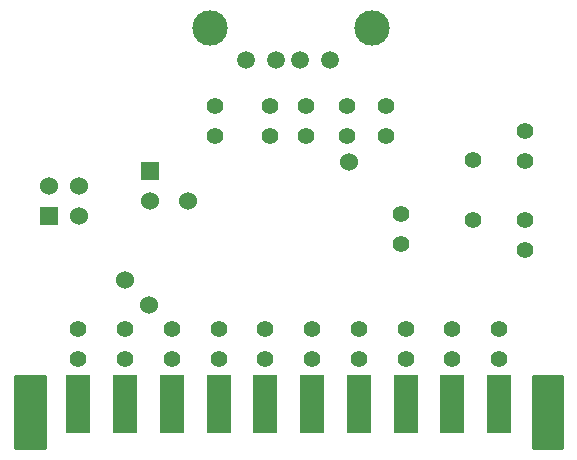
<source format=gbr>
G04 #@! TF.FileFunction,Soldermask,Top*
%FSLAX46Y46*%
G04 Gerber Fmt 4.6, Leading zero omitted, Abs format (unit mm)*
G04 Created by KiCad (PCBNEW 4.0.7) date 08/25/20 08:50:58*
%MOMM*%
%LPD*%
G01*
G04 APERTURE LIST*
%ADD10C,0.150000*%
%ADD11R,2.000000X5.000000*%
%ADD12C,1.501140*%
%ADD13C,2.999740*%
%ADD14C,1.422400*%
%ADD15C,1.397000*%
%ADD16R,1.524000X1.524000*%
%ADD17C,1.524000*%
%ADD18C,0.254000*%
G04 APERTURE END LIST*
D10*
D11*
X232141600Y-152161100D03*
X228181600Y-152161100D03*
X224221600Y-152161100D03*
X220261600Y-152161100D03*
X216301600Y-152161100D03*
X212341600Y-152161100D03*
X208381600Y-152161100D03*
X204421600Y-152161100D03*
X200461600Y-152161100D03*
X196501600Y-152161100D03*
X192541600Y-152161100D03*
X188581600Y-152161100D03*
D12*
X206768700Y-123063000D03*
X209308700Y-123063000D03*
X211340700Y-123063000D03*
X213880700Y-123063000D03*
D13*
X203720700Y-120396000D03*
X217436700Y-120396000D03*
D14*
X225958400Y-136652000D03*
X225958400Y-131572000D03*
D15*
X204101700Y-129501900D03*
X204101700Y-126961900D03*
X230339900Y-129044700D03*
X230339900Y-131584700D03*
X230352600Y-139192000D03*
X230352600Y-136652000D03*
X219837000Y-136118600D03*
X219837000Y-138658600D03*
X215341200Y-126961900D03*
X215341200Y-129501900D03*
X208813400Y-126949200D03*
X208813400Y-129489200D03*
X211836000Y-126961900D03*
X211836000Y-129501900D03*
X218592400Y-126961900D03*
X218592400Y-129501900D03*
D16*
X190106300Y-136258300D03*
D17*
X190106300Y-133718300D03*
X192646300Y-136258300D03*
X192646300Y-133718300D03*
D15*
X224218500Y-145821400D03*
X224218500Y-148361400D03*
X220256100Y-145821400D03*
X220256100Y-148361400D03*
X216306400Y-145808700D03*
X216306400Y-148348700D03*
X212344000Y-145821400D03*
X212344000Y-148361400D03*
X208381600Y-145821400D03*
X208381600Y-148361400D03*
X204431900Y-145821400D03*
X204431900Y-148361400D03*
X200456800Y-145808700D03*
X200456800Y-148348700D03*
X196507100Y-145808700D03*
X196507100Y-148348700D03*
X228180900Y-145808700D03*
X228180900Y-148348700D03*
X192557400Y-145821400D03*
X192557400Y-148361400D03*
D16*
X198628000Y-132448300D03*
D17*
X198628000Y-134988300D03*
X198539100Y-143776700D03*
X196481700Y-141719300D03*
X201841100Y-134975600D03*
X215455500Y-131737100D03*
D18*
G36*
X233476800Y-155879800D02*
X231013000Y-155879800D01*
X231013000Y-149783800D01*
X233476800Y-149783800D01*
X233476800Y-155879800D01*
X233476800Y-155879800D01*
G37*
X233476800Y-155879800D02*
X231013000Y-155879800D01*
X231013000Y-149783800D01*
X233476800Y-149783800D01*
X233476800Y-155879800D01*
G36*
X189712600Y-155879800D02*
X187210700Y-155879800D01*
X187210700Y-149783800D01*
X189712600Y-149783800D01*
X189712600Y-155879800D01*
X189712600Y-155879800D01*
G37*
X189712600Y-155879800D02*
X187210700Y-155879800D01*
X187210700Y-149783800D01*
X189712600Y-149783800D01*
X189712600Y-155879800D01*
M02*

</source>
